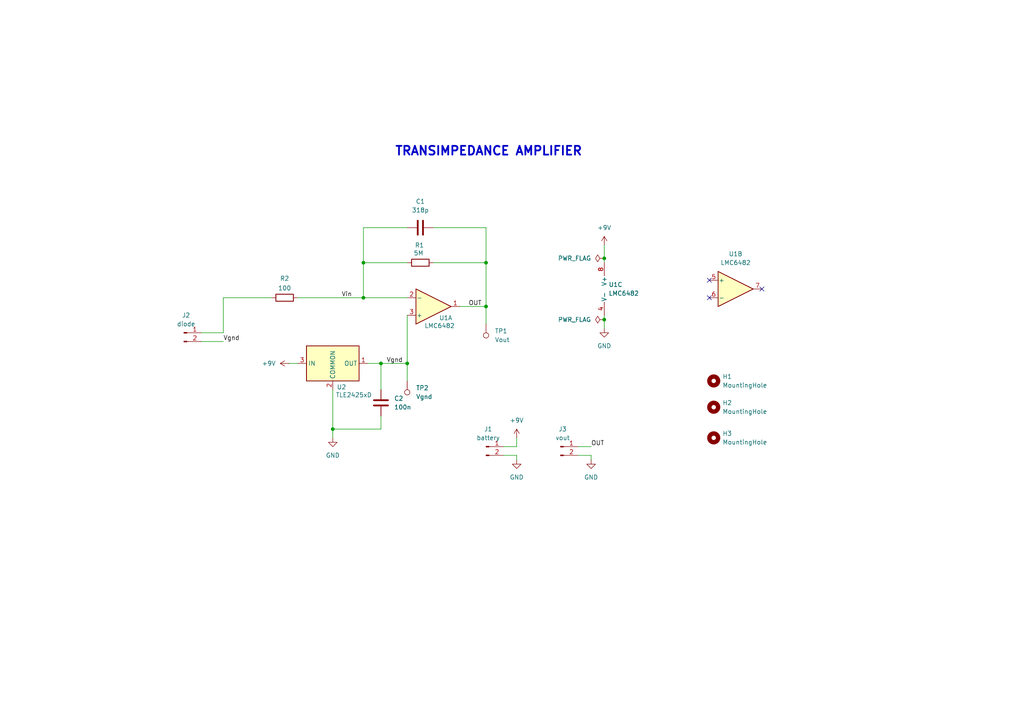
<source format=kicad_sch>
(kicad_sch
	(version 20250114)
	(generator "eeschema")
	(generator_version "9.0")
	(uuid "17397250-52a2-4eeb-8000-624be4e7bb88")
	(paper "A4")
	(title_block
		(title "TRANSIMPEDANCE AMPLIFIER")
		(date "28-08-2025")
		(rev "v1")
		(company "ROOPA GHATKE")
	)
	(lib_symbols
		(symbol "Amplifier_Operational:LMC6482"
			(pin_names
				(offset 0.127)
			)
			(exclude_from_sim no)
			(in_bom yes)
			(on_board yes)
			(property "Reference" "U"
				(at 0 5.08 0)
				(effects
					(font
						(size 1.27 1.27)
					)
					(justify left)
				)
			)
			(property "Value" "LMC6482"
				(at 0 -5.08 0)
				(effects
					(font
						(size 1.27 1.27)
					)
					(justify left)
				)
			)
			(property "Footprint" ""
				(at 0 0 0)
				(effects
					(font
						(size 1.27 1.27)
					)
					(hide yes)
				)
			)
			(property "Datasheet" "http://www.ti.com/lit/ds/symlink/lmc6482.pdf"
				(at 0 0 0)
				(effects
					(font
						(size 1.27 1.27)
					)
					(hide yes)
				)
			)
			(property "Description" "Dual CMOS Rail-to-Rail Input and Output Operational Amplifier, DIP-8/SOIC-8, SSOP-8"
				(at 0 0 0)
				(effects
					(font
						(size 1.27 1.27)
					)
					(hide yes)
				)
			)
			(property "ki_locked" ""
				(at 0 0 0)
				(effects
					(font
						(size 1.27 1.27)
					)
				)
			)
			(property "ki_keywords" "dual opamp"
				(at 0 0 0)
				(effects
					(font
						(size 1.27 1.27)
					)
					(hide yes)
				)
			)
			(property "ki_fp_filters" "SOIC*3.9x4.9mm*P1.27mm* DIP*W7.62mm* TO*99* OnSemi*Micro8* TSSOP*3x3mm*P0.65mm* TSSOP*4.4x3mm*P0.65mm* MSOP*3x3mm*P0.65mm* SSOP*3.9x4.9mm*P0.635mm* LFCSP*2x2mm*P0.5mm* *SIP* SOIC*5.3x6.2mm*P1.27mm*"
				(at 0 0 0)
				(effects
					(font
						(size 1.27 1.27)
					)
					(hide yes)
				)
			)
			(symbol "LMC6482_1_1"
				(polyline
					(pts
						(xy -5.08 5.08) (xy 5.08 0) (xy -5.08 -5.08) (xy -5.08 5.08)
					)
					(stroke
						(width 0.254)
						(type default)
					)
					(fill
						(type background)
					)
				)
				(pin input line
					(at -7.62 2.54 0)
					(length 2.54)
					(name "+"
						(effects
							(font
								(size 1.27 1.27)
							)
						)
					)
					(number "3"
						(effects
							(font
								(size 1.27 1.27)
							)
						)
					)
				)
				(pin input line
					(at -7.62 -2.54 0)
					(length 2.54)
					(name "-"
						(effects
							(font
								(size 1.27 1.27)
							)
						)
					)
					(number "2"
						(effects
							(font
								(size 1.27 1.27)
							)
						)
					)
				)
				(pin output line
					(at 7.62 0 180)
					(length 2.54)
					(name "~"
						(effects
							(font
								(size 1.27 1.27)
							)
						)
					)
					(number "1"
						(effects
							(font
								(size 1.27 1.27)
							)
						)
					)
				)
			)
			(symbol "LMC6482_2_1"
				(polyline
					(pts
						(xy -5.08 5.08) (xy 5.08 0) (xy -5.08 -5.08) (xy -5.08 5.08)
					)
					(stroke
						(width 0.254)
						(type default)
					)
					(fill
						(type background)
					)
				)
				(pin input line
					(at -7.62 2.54 0)
					(length 2.54)
					(name "+"
						(effects
							(font
								(size 1.27 1.27)
							)
						)
					)
					(number "5"
						(effects
							(font
								(size 1.27 1.27)
							)
						)
					)
				)
				(pin input line
					(at -7.62 -2.54 0)
					(length 2.54)
					(name "-"
						(effects
							(font
								(size 1.27 1.27)
							)
						)
					)
					(number "6"
						(effects
							(font
								(size 1.27 1.27)
							)
						)
					)
				)
				(pin output line
					(at 7.62 0 180)
					(length 2.54)
					(name "~"
						(effects
							(font
								(size 1.27 1.27)
							)
						)
					)
					(number "7"
						(effects
							(font
								(size 1.27 1.27)
							)
						)
					)
				)
			)
			(symbol "LMC6482_3_1"
				(pin power_in line
					(at -2.54 7.62 270)
					(length 3.81)
					(name "V+"
						(effects
							(font
								(size 1.27 1.27)
							)
						)
					)
					(number "8"
						(effects
							(font
								(size 1.27 1.27)
							)
						)
					)
				)
				(pin power_in line
					(at -2.54 -7.62 90)
					(length 3.81)
					(name "V-"
						(effects
							(font
								(size 1.27 1.27)
							)
						)
					)
					(number "4"
						(effects
							(font
								(size 1.27 1.27)
							)
						)
					)
				)
			)
			(embedded_fonts no)
		)
		(symbol "Connector:Conn_01x02_Pin"
			(pin_names
				(offset 1.016)
				(hide yes)
			)
			(exclude_from_sim no)
			(in_bom yes)
			(on_board yes)
			(property "Reference" "J"
				(at 0 2.54 0)
				(effects
					(font
						(size 1.27 1.27)
					)
				)
			)
			(property "Value" "Conn_01x02_Pin"
				(at 0 -5.08 0)
				(effects
					(font
						(size 1.27 1.27)
					)
				)
			)
			(property "Footprint" ""
				(at 0 0 0)
				(effects
					(font
						(size 1.27 1.27)
					)
					(hide yes)
				)
			)
			(property "Datasheet" "~"
				(at 0 0 0)
				(effects
					(font
						(size 1.27 1.27)
					)
					(hide yes)
				)
			)
			(property "Description" "Generic connector, single row, 01x02, script generated"
				(at 0 0 0)
				(effects
					(font
						(size 1.27 1.27)
					)
					(hide yes)
				)
			)
			(property "ki_locked" ""
				(at 0 0 0)
				(effects
					(font
						(size 1.27 1.27)
					)
				)
			)
			(property "ki_keywords" "connector"
				(at 0 0 0)
				(effects
					(font
						(size 1.27 1.27)
					)
					(hide yes)
				)
			)
			(property "ki_fp_filters" "Connector*:*_1x??_*"
				(at 0 0 0)
				(effects
					(font
						(size 1.27 1.27)
					)
					(hide yes)
				)
			)
			(symbol "Conn_01x02_Pin_1_1"
				(rectangle
					(start 0.8636 0.127)
					(end 0 -0.127)
					(stroke
						(width 0.1524)
						(type default)
					)
					(fill
						(type outline)
					)
				)
				(rectangle
					(start 0.8636 -2.413)
					(end 0 -2.667)
					(stroke
						(width 0.1524)
						(type default)
					)
					(fill
						(type outline)
					)
				)
				(polyline
					(pts
						(xy 1.27 0) (xy 0.8636 0)
					)
					(stroke
						(width 0.1524)
						(type default)
					)
					(fill
						(type none)
					)
				)
				(polyline
					(pts
						(xy 1.27 -2.54) (xy 0.8636 -2.54)
					)
					(stroke
						(width 0.1524)
						(type default)
					)
					(fill
						(type none)
					)
				)
				(pin passive line
					(at 5.08 0 180)
					(length 3.81)
					(name "Pin_1"
						(effects
							(font
								(size 1.27 1.27)
							)
						)
					)
					(number "1"
						(effects
							(font
								(size 1.27 1.27)
							)
						)
					)
				)
				(pin passive line
					(at 5.08 -2.54 180)
					(length 3.81)
					(name "Pin_2"
						(effects
							(font
								(size 1.27 1.27)
							)
						)
					)
					(number "2"
						(effects
							(font
								(size 1.27 1.27)
							)
						)
					)
				)
			)
			(embedded_fonts no)
		)
		(symbol "Connector:TestPoint"
			(pin_numbers
				(hide yes)
			)
			(pin_names
				(offset 0.762)
				(hide yes)
			)
			(exclude_from_sim no)
			(in_bom yes)
			(on_board yes)
			(property "Reference" "TP"
				(at 0 6.858 0)
				(effects
					(font
						(size 1.27 1.27)
					)
				)
			)
			(property "Value" "TestPoint"
				(at 0 5.08 0)
				(effects
					(font
						(size 1.27 1.27)
					)
				)
			)
			(property "Footprint" ""
				(at 5.08 0 0)
				(effects
					(font
						(size 1.27 1.27)
					)
					(hide yes)
				)
			)
			(property "Datasheet" "~"
				(at 5.08 0 0)
				(effects
					(font
						(size 1.27 1.27)
					)
					(hide yes)
				)
			)
			(property "Description" "test point"
				(at 0 0 0)
				(effects
					(font
						(size 1.27 1.27)
					)
					(hide yes)
				)
			)
			(property "ki_keywords" "test point tp"
				(at 0 0 0)
				(effects
					(font
						(size 1.27 1.27)
					)
					(hide yes)
				)
			)
			(property "ki_fp_filters" "Pin* Test*"
				(at 0 0 0)
				(effects
					(font
						(size 1.27 1.27)
					)
					(hide yes)
				)
			)
			(symbol "TestPoint_0_1"
				(circle
					(center 0 3.302)
					(radius 0.762)
					(stroke
						(width 0)
						(type default)
					)
					(fill
						(type none)
					)
				)
			)
			(symbol "TestPoint_1_1"
				(pin passive line
					(at 0 0 90)
					(length 2.54)
					(name "1"
						(effects
							(font
								(size 1.27 1.27)
							)
						)
					)
					(number "1"
						(effects
							(font
								(size 1.27 1.27)
							)
						)
					)
				)
			)
			(embedded_fonts no)
		)
		(symbol "Device:C"
			(pin_numbers
				(hide yes)
			)
			(pin_names
				(offset 0.254)
			)
			(exclude_from_sim no)
			(in_bom yes)
			(on_board yes)
			(property "Reference" "C"
				(at 0.635 2.54 0)
				(effects
					(font
						(size 1.27 1.27)
					)
					(justify left)
				)
			)
			(property "Value" "C"
				(at 0.635 -2.54 0)
				(effects
					(font
						(size 1.27 1.27)
					)
					(justify left)
				)
			)
			(property "Footprint" ""
				(at 0.9652 -3.81 0)
				(effects
					(font
						(size 1.27 1.27)
					)
					(hide yes)
				)
			)
			(property "Datasheet" "~"
				(at 0 0 0)
				(effects
					(font
						(size 1.27 1.27)
					)
					(hide yes)
				)
			)
			(property "Description" "Unpolarized capacitor"
				(at 0 0 0)
				(effects
					(font
						(size 1.27 1.27)
					)
					(hide yes)
				)
			)
			(property "ki_keywords" "cap capacitor"
				(at 0 0 0)
				(effects
					(font
						(size 1.27 1.27)
					)
					(hide yes)
				)
			)
			(property "ki_fp_filters" "C_*"
				(at 0 0 0)
				(effects
					(font
						(size 1.27 1.27)
					)
					(hide yes)
				)
			)
			(symbol "C_0_1"
				(polyline
					(pts
						(xy -2.032 0.762) (xy 2.032 0.762)
					)
					(stroke
						(width 0.508)
						(type default)
					)
					(fill
						(type none)
					)
				)
				(polyline
					(pts
						(xy -2.032 -0.762) (xy 2.032 -0.762)
					)
					(stroke
						(width 0.508)
						(type default)
					)
					(fill
						(type none)
					)
				)
			)
			(symbol "C_1_1"
				(pin passive line
					(at 0 3.81 270)
					(length 2.794)
					(name "~"
						(effects
							(font
								(size 1.27 1.27)
							)
						)
					)
					(number "1"
						(effects
							(font
								(size 1.27 1.27)
							)
						)
					)
				)
				(pin passive line
					(at 0 -3.81 90)
					(length 2.794)
					(name "~"
						(effects
							(font
								(size 1.27 1.27)
							)
						)
					)
					(number "2"
						(effects
							(font
								(size 1.27 1.27)
							)
						)
					)
				)
			)
			(embedded_fonts no)
		)
		(symbol "Device:R"
			(pin_numbers
				(hide yes)
			)
			(pin_names
				(offset 0)
			)
			(exclude_from_sim no)
			(in_bom yes)
			(on_board yes)
			(property "Reference" "R"
				(at 2.032 0 90)
				(effects
					(font
						(size 1.27 1.27)
					)
				)
			)
			(property "Value" "R"
				(at 0 0 90)
				(effects
					(font
						(size 1.27 1.27)
					)
				)
			)
			(property "Footprint" ""
				(at -1.778 0 90)
				(effects
					(font
						(size 1.27 1.27)
					)
					(hide yes)
				)
			)
			(property "Datasheet" "~"
				(at 0 0 0)
				(effects
					(font
						(size 1.27 1.27)
					)
					(hide yes)
				)
			)
			(property "Description" "Resistor"
				(at 0 0 0)
				(effects
					(font
						(size 1.27 1.27)
					)
					(hide yes)
				)
			)
			(property "ki_keywords" "R res resistor"
				(at 0 0 0)
				(effects
					(font
						(size 1.27 1.27)
					)
					(hide yes)
				)
			)
			(property "ki_fp_filters" "R_*"
				(at 0 0 0)
				(effects
					(font
						(size 1.27 1.27)
					)
					(hide yes)
				)
			)
			(symbol "R_0_1"
				(rectangle
					(start -1.016 -2.54)
					(end 1.016 2.54)
					(stroke
						(width 0.254)
						(type default)
					)
					(fill
						(type none)
					)
				)
			)
			(symbol "R_1_1"
				(pin passive line
					(at 0 3.81 270)
					(length 1.27)
					(name "~"
						(effects
							(font
								(size 1.27 1.27)
							)
						)
					)
					(number "1"
						(effects
							(font
								(size 1.27 1.27)
							)
						)
					)
				)
				(pin passive line
					(at 0 -3.81 90)
					(length 1.27)
					(name "~"
						(effects
							(font
								(size 1.27 1.27)
							)
						)
					)
					(number "2"
						(effects
							(font
								(size 1.27 1.27)
							)
						)
					)
				)
			)
			(embedded_fonts no)
		)
		(symbol "Mechanical:MountingHole"
			(pin_names
				(offset 1.016)
			)
			(exclude_from_sim no)
			(in_bom no)
			(on_board yes)
			(property "Reference" "H"
				(at 0 5.08 0)
				(effects
					(font
						(size 1.27 1.27)
					)
				)
			)
			(property "Value" "MountingHole"
				(at 0 3.175 0)
				(effects
					(font
						(size 1.27 1.27)
					)
				)
			)
			(property "Footprint" ""
				(at 0 0 0)
				(effects
					(font
						(size 1.27 1.27)
					)
					(hide yes)
				)
			)
			(property "Datasheet" "~"
				(at 0 0 0)
				(effects
					(font
						(size 1.27 1.27)
					)
					(hide yes)
				)
			)
			(property "Description" "Mounting Hole without connection"
				(at 0 0 0)
				(effects
					(font
						(size 1.27 1.27)
					)
					(hide yes)
				)
			)
			(property "ki_keywords" "mounting hole"
				(at 0 0 0)
				(effects
					(font
						(size 1.27 1.27)
					)
					(hide yes)
				)
			)
			(property "ki_fp_filters" "MountingHole*"
				(at 0 0 0)
				(effects
					(font
						(size 1.27 1.27)
					)
					(hide yes)
				)
			)
			(symbol "MountingHole_0_1"
				(circle
					(center 0 0)
					(radius 1.27)
					(stroke
						(width 1.27)
						(type default)
					)
					(fill
						(type none)
					)
				)
			)
			(embedded_fonts no)
		)
		(symbol "Reference_Voltage:TLE2425xD"
			(exclude_from_sim no)
			(in_bom yes)
			(on_board yes)
			(property "Reference" "U"
				(at -8.89 6.35 0)
				(effects
					(font
						(size 1.27 1.27)
					)
					(justify left)
				)
			)
			(property "Value" "TLE2425xD"
				(at 10.16 6.35 0)
				(effects
					(font
						(size 1.27 1.27)
					)
					(justify right)
				)
			)
			(property "Footprint" "Package_SO:SOIC-8_3.9x4.9mm_P1.27mm"
				(at 0 -13.97 0)
				(effects
					(font
						(size 1.27 1.27)
						(italic yes)
					)
					(hide yes)
				)
			)
			(property "Datasheet" "http://www.ti.com/lit/ds/symlink/tle2425.pdf"
				(at -35.56 25.4 0)
				(effects
					(font
						(size 1.27 1.27)
						(italic yes)
					)
					(hide yes)
				)
			)
			(property "Description" "Precision virtual ground, 2.5V output, SOIC-8"
				(at 0 0 0)
				(effects
					(font
						(size 1.27 1.27)
					)
					(hide yes)
				)
			)
			(property "ki_keywords" "Rail splitter precision virtual ground 2.5V"
				(at 0 0 0)
				(effects
					(font
						(size 1.27 1.27)
					)
					(hide yes)
				)
			)
			(property "ki_fp_filters" "SOIC*3.9x4.9mm*P1.27mm*"
				(at 0 0 0)
				(effects
					(font
						(size 1.27 1.27)
					)
					(hide yes)
				)
			)
			(symbol "TLE2425xD_0_1"
				(rectangle
					(start 7.62 -5.08)
					(end -7.62 5.08)
					(stroke
						(width 0.254)
						(type default)
					)
					(fill
						(type background)
					)
				)
			)
			(symbol "TLE2425xD_1_1"
				(pin power_in line
					(at -10.16 0 0)
					(length 2.54)
					(name "IN"
						(effects
							(font
								(size 1.27 1.27)
							)
						)
					)
					(number "3"
						(effects
							(font
								(size 1.27 1.27)
							)
						)
					)
				)
				(pin no_connect line
					(at -7.62 2.54 0)
					(length 2.54)
					(hide yes)
					(name "NC"
						(effects
							(font
								(size 1.27 1.27)
							)
						)
					)
					(number "8"
						(effects
							(font
								(size 1.27 1.27)
							)
						)
					)
				)
				(pin no_connect line
					(at -7.62 -2.54 0)
					(length 2.54)
					(hide yes)
					(name "NC"
						(effects
							(font
								(size 1.27 1.27)
							)
						)
					)
					(number "4"
						(effects
							(font
								(size 1.27 1.27)
							)
						)
					)
				)
				(pin no_connect line
					(at -5.08 -5.08 90)
					(length 2.54)
					(hide yes)
					(name "NC"
						(effects
							(font
								(size 1.27 1.27)
							)
						)
					)
					(number "5"
						(effects
							(font
								(size 1.27 1.27)
							)
						)
					)
				)
				(pin power_in line
					(at 0 -7.62 90)
					(length 2.54)
					(name "COMMON"
						(effects
							(font
								(size 1.27 1.27)
							)
						)
					)
					(number "2"
						(effects
							(font
								(size 1.27 1.27)
							)
						)
					)
				)
				(pin no_connect line
					(at 7.62 2.54 180)
					(length 2.54)
					(hide yes)
					(name "NC"
						(effects
							(font
								(size 1.27 1.27)
							)
						)
					)
					(number "6"
						(effects
							(font
								(size 1.27 1.27)
							)
						)
					)
				)
				(pin no_connect line
					(at 7.62 -2.54 180)
					(length 2.54)
					(hide yes)
					(name "NC"
						(effects
							(font
								(size 1.27 1.27)
							)
						)
					)
					(number "7"
						(effects
							(font
								(size 1.27 1.27)
							)
						)
					)
				)
				(pin power_out line
					(at 10.16 0 180)
					(length 2.54)
					(name "OUT"
						(effects
							(font
								(size 1.27 1.27)
							)
						)
					)
					(number "1"
						(effects
							(font
								(size 1.27 1.27)
							)
						)
					)
				)
			)
			(embedded_fonts no)
		)
		(symbol "power:+9V"
			(power)
			(pin_numbers
				(hide yes)
			)
			(pin_names
				(offset 0)
				(hide yes)
			)
			(exclude_from_sim no)
			(in_bom yes)
			(on_board yes)
			(property "Reference" "#PWR"
				(at 0 -3.81 0)
				(effects
					(font
						(size 1.27 1.27)
					)
					(hide yes)
				)
			)
			(property "Value" "+9V"
				(at 0 3.556 0)
				(effects
					(font
						(size 1.27 1.27)
					)
				)
			)
			(property "Footprint" ""
				(at 0 0 0)
				(effects
					(font
						(size 1.27 1.27)
					)
					(hide yes)
				)
			)
			(property "Datasheet" ""
				(at 0 0 0)
				(effects
					(font
						(size 1.27 1.27)
					)
					(hide yes)
				)
			)
			(property "Description" "Power symbol creates a global label with name \"+9V\""
				(at 0 0 0)
				(effects
					(font
						(size 1.27 1.27)
					)
					(hide yes)
				)
			)
			(property "ki_keywords" "global power"
				(at 0 0 0)
				(effects
					(font
						(size 1.27 1.27)
					)
					(hide yes)
				)
			)
			(symbol "+9V_0_1"
				(polyline
					(pts
						(xy -0.762 1.27) (xy 0 2.54)
					)
					(stroke
						(width 0)
						(type default)
					)
					(fill
						(type none)
					)
				)
				(polyline
					(pts
						(xy 0 2.54) (xy 0.762 1.27)
					)
					(stroke
						(width 0)
						(type default)
					)
					(fill
						(type none)
					)
				)
				(polyline
					(pts
						(xy 0 0) (xy 0 2.54)
					)
					(stroke
						(width 0)
						(type default)
					)
					(fill
						(type none)
					)
				)
			)
			(symbol "+9V_1_1"
				(pin power_in line
					(at 0 0 90)
					(length 0)
					(name "~"
						(effects
							(font
								(size 1.27 1.27)
							)
						)
					)
					(number "1"
						(effects
							(font
								(size 1.27 1.27)
							)
						)
					)
				)
			)
			(embedded_fonts no)
		)
		(symbol "power:GND"
			(power)
			(pin_numbers
				(hide yes)
			)
			(pin_names
				(offset 0)
				(hide yes)
			)
			(exclude_from_sim no)
			(in_bom yes)
			(on_board yes)
			(property "Reference" "#PWR"
				(at 0 -6.35 0)
				(effects
					(font
						(size 1.27 1.27)
					)
					(hide yes)
				)
			)
			(property "Value" "GND"
				(at 0 -3.81 0)
				(effects
					(font
						(size 1.27 1.27)
					)
				)
			)
			(property "Footprint" ""
				(at 0 0 0)
				(effects
					(font
						(size 1.27 1.27)
					)
					(hide yes)
				)
			)
			(property "Datasheet" ""
				(at 0 0 0)
				(effects
					(font
						(size 1.27 1.27)
					)
					(hide yes)
				)
			)
			(property "Description" "Power symbol creates a global label with name \"GND\" , ground"
				(at 0 0 0)
				(effects
					(font
						(size 1.27 1.27)
					)
					(hide yes)
				)
			)
			(property "ki_keywords" "global power"
				(at 0 0 0)
				(effects
					(font
						(size 1.27 1.27)
					)
					(hide yes)
				)
			)
			(symbol "GND_0_1"
				(polyline
					(pts
						(xy 0 0) (xy 0 -1.27) (xy 1.27 -1.27) (xy 0 -2.54) (xy -1.27 -1.27) (xy 0 -1.27)
					)
					(stroke
						(width 0)
						(type default)
					)
					(fill
						(type none)
					)
				)
			)
			(symbol "GND_1_1"
				(pin power_in line
					(at 0 0 270)
					(length 0)
					(name "~"
						(effects
							(font
								(size 1.27 1.27)
							)
						)
					)
					(number "1"
						(effects
							(font
								(size 1.27 1.27)
							)
						)
					)
				)
			)
			(embedded_fonts no)
		)
		(symbol "power:PWR_FLAG"
			(power)
			(pin_numbers
				(hide yes)
			)
			(pin_names
				(offset 0)
				(hide yes)
			)
			(exclude_from_sim no)
			(in_bom yes)
			(on_board yes)
			(property "Reference" "#FLG"
				(at 0 1.905 0)
				(effects
					(font
						(size 1.27 1.27)
					)
					(hide yes)
				)
			)
			(property "Value" "PWR_FLAG"
				(at 0 3.81 0)
				(effects
					(font
						(size 1.27 1.27)
					)
				)
			)
			(property "Footprint" ""
				(at 0 0 0)
				(effects
					(font
						(size 1.27 1.27)
					)
					(hide yes)
				)
			)
			(property "Datasheet" "~"
				(at 0 0 0)
				(effects
					(font
						(size 1.27 1.27)
					)
					(hide yes)
				)
			)
			(property "Description" "Special symbol for telling ERC where power comes from"
				(at 0 0 0)
				(effects
					(font
						(size 1.27 1.27)
					)
					(hide yes)
				)
			)
			(property "ki_keywords" "flag power"
				(at 0 0 0)
				(effects
					(font
						(size 1.27 1.27)
					)
					(hide yes)
				)
			)
			(symbol "PWR_FLAG_0_0"
				(pin power_out line
					(at 0 0 90)
					(length 0)
					(name "~"
						(effects
							(font
								(size 1.27 1.27)
							)
						)
					)
					(number "1"
						(effects
							(font
								(size 1.27 1.27)
							)
						)
					)
				)
			)
			(symbol "PWR_FLAG_0_1"
				(polyline
					(pts
						(xy 0 0) (xy 0 1.27) (xy -1.016 1.905) (xy 0 2.54) (xy 1.016 1.905) (xy 0 1.27)
					)
					(stroke
						(width 0)
						(type default)
					)
					(fill
						(type none)
					)
				)
			)
			(embedded_fonts no)
		)
	)
	(text "TRANSIMPEDANCE AMPLIFIER\n"
		(exclude_from_sim no)
		(at 141.732 43.942 0)
		(effects
			(font
				(size 2.54 2.54)
				(thickness 0.508)
				(bold yes)
			)
		)
		(uuid "994bede3-b74e-45a5-b16a-0da9fdd881e4")
	)
	(junction
		(at 175.26 74.93)
		(diameter 0)
		(color 0 0 0 0)
		(uuid "101d0df5-403c-44e4-809d-00864a3d37c5")
	)
	(junction
		(at 140.97 88.9)
		(diameter 0)
		(color 0 0 0 0)
		(uuid "260b7cd8-1c4b-4887-a66f-3824d1e4ce6b")
	)
	(junction
		(at 105.41 86.36)
		(diameter 0)
		(color 0 0 0 0)
		(uuid "5858d498-c6a0-4a05-89e0-3769afe6a89b")
	)
	(junction
		(at 175.26 92.71)
		(diameter 0)
		(color 0 0 0 0)
		(uuid "844dde8b-f77f-4bd5-84e3-5e320e06dad5")
	)
	(junction
		(at 140.97 76.2)
		(diameter 0)
		(color 0 0 0 0)
		(uuid "ab0370b9-abb4-4a7c-8b73-2e906b2b9631")
	)
	(junction
		(at 96.52 124.46)
		(diameter 0)
		(color 0 0 0 0)
		(uuid "e579f24d-3739-4349-a991-55eacae044ef")
	)
	(junction
		(at 105.41 76.2)
		(diameter 0)
		(color 0 0 0 0)
		(uuid "e6a6d45c-17af-40aa-8ab0-3a7776dee4f8")
	)
	(junction
		(at 118.11 105.41)
		(diameter 0)
		(color 0 0 0 0)
		(uuid "e767734d-96e0-4aa0-848d-8b807764ce55")
	)
	(junction
		(at 110.49 105.41)
		(diameter 0)
		(color 0 0 0 0)
		(uuid "e90bec1b-135e-4573-8db4-637ef6c655c4")
	)
	(no_connect
		(at 205.74 81.28)
		(uuid "553ab200-d2f2-4030-b009-53d383938e86")
	)
	(no_connect
		(at 220.98 83.82)
		(uuid "8b5b2a4d-f019-425c-996f-92d92683c121")
	)
	(no_connect
		(at 205.74 86.36)
		(uuid "8bb8f046-24f4-45d7-8c35-7a25f54f7ec3")
	)
	(wire
		(pts
			(xy 175.26 74.93) (xy 175.26 76.2)
		)
		(stroke
			(width 0)
			(type default)
		)
		(uuid "0297eaaf-1084-4286-8394-3e954e597545")
	)
	(wire
		(pts
			(xy 175.26 71.12) (xy 175.26 74.93)
		)
		(stroke
			(width 0)
			(type default)
		)
		(uuid "059bc9d5-04c7-40c1-9a6d-06c77a941b10")
	)
	(wire
		(pts
			(xy 105.41 76.2) (xy 105.41 86.36)
		)
		(stroke
			(width 0)
			(type default)
		)
		(uuid "07bf32ea-3242-433c-9c78-941eca5cde76")
	)
	(wire
		(pts
			(xy 146.05 129.54) (xy 149.86 129.54)
		)
		(stroke
			(width 0)
			(type default)
		)
		(uuid "08f7c38a-6312-47cd-9d72-da6fd95002d1")
	)
	(wire
		(pts
			(xy 58.42 99.06) (xy 64.77 99.06)
		)
		(stroke
			(width 0)
			(type default)
		)
		(uuid "16adf341-a130-4768-a2a0-c5115a5b11e4")
	)
	(wire
		(pts
			(xy 110.49 105.41) (xy 118.11 105.41)
		)
		(stroke
			(width 0)
			(type default)
		)
		(uuid "1f4e9b33-b997-4915-a8dd-77e196aea97a")
	)
	(wire
		(pts
			(xy 167.64 129.54) (xy 171.45 129.54)
		)
		(stroke
			(width 0)
			(type default)
		)
		(uuid "229c43b8-74f1-4c17-b6c7-065716b25728")
	)
	(wire
		(pts
			(xy 140.97 66.04) (xy 125.73 66.04)
		)
		(stroke
			(width 0)
			(type default)
		)
		(uuid "2add6f58-7927-409c-b6de-3aa7aa263353")
	)
	(wire
		(pts
			(xy 175.26 91.44) (xy 175.26 92.71)
		)
		(stroke
			(width 0)
			(type default)
		)
		(uuid "336cb55a-713f-4234-95fb-d8ca9091e07b")
	)
	(wire
		(pts
			(xy 118.11 91.44) (xy 118.11 105.41)
		)
		(stroke
			(width 0)
			(type default)
		)
		(uuid "383a3eba-57d0-4ebf-8243-4c386d8b8e21")
	)
	(wire
		(pts
			(xy 146.05 132.08) (xy 149.86 132.08)
		)
		(stroke
			(width 0)
			(type default)
		)
		(uuid "3842c766-7e8c-4174-aacd-60f8587a1e96")
	)
	(wire
		(pts
			(xy 96.52 124.46) (xy 96.52 127)
		)
		(stroke
			(width 0)
			(type default)
		)
		(uuid "3b4132c2-b587-490a-be6c-33be21f45e11")
	)
	(wire
		(pts
			(xy 110.49 105.41) (xy 110.49 113.03)
		)
		(stroke
			(width 0)
			(type default)
		)
		(uuid "444199d2-bab0-4709-b9a8-8de3aefcd3ef")
	)
	(wire
		(pts
			(xy 140.97 88.9) (xy 140.97 93.98)
		)
		(stroke
			(width 0)
			(type default)
		)
		(uuid "4a368420-c6a2-46a8-80e7-9b506420c412")
	)
	(wire
		(pts
			(xy 118.11 86.36) (xy 105.41 86.36)
		)
		(stroke
			(width 0)
			(type default)
		)
		(uuid "5f71f671-f46f-48d1-8efd-69df9bb4d3e6")
	)
	(wire
		(pts
			(xy 140.97 76.2) (xy 140.97 88.9)
		)
		(stroke
			(width 0)
			(type default)
		)
		(uuid "63ed1344-98d7-475e-849a-ef3057e78500")
	)
	(wire
		(pts
			(xy 167.64 132.08) (xy 171.45 132.08)
		)
		(stroke
			(width 0)
			(type default)
		)
		(uuid "67a531d8-3c24-4106-bb1c-d2a73b71516c")
	)
	(wire
		(pts
			(xy 106.68 105.41) (xy 110.49 105.41)
		)
		(stroke
			(width 0)
			(type default)
		)
		(uuid "69ef6003-513e-40a0-9804-e568a43a9094")
	)
	(wire
		(pts
			(xy 64.77 86.36) (xy 78.74 86.36)
		)
		(stroke
			(width 0)
			(type default)
		)
		(uuid "7007470b-17fd-434f-968f-c88b60999a59")
	)
	(wire
		(pts
			(xy 86.36 86.36) (xy 105.41 86.36)
		)
		(stroke
			(width 0)
			(type default)
		)
		(uuid "80c26049-3084-42f2-94e0-0c947c6a8e22")
	)
	(wire
		(pts
			(xy 105.41 66.04) (xy 105.41 76.2)
		)
		(stroke
			(width 0)
			(type default)
		)
		(uuid "973fc540-a1e1-498f-be63-3d25c959104c")
	)
	(wire
		(pts
			(xy 118.11 66.04) (xy 105.41 66.04)
		)
		(stroke
			(width 0)
			(type default)
		)
		(uuid "9a6be1ed-298a-45f5-8afc-34c78cb7624e")
	)
	(wire
		(pts
			(xy 118.11 105.41) (xy 118.11 110.49)
		)
		(stroke
			(width 0)
			(type default)
		)
		(uuid "9d4b6f08-647d-4339-a8c1-c0e61a8fff82")
	)
	(wire
		(pts
			(xy 175.26 92.71) (xy 175.26 95.25)
		)
		(stroke
			(width 0)
			(type default)
		)
		(uuid "a2d6ea4f-e4c4-484b-ab39-a530e6c7bf5e")
	)
	(wire
		(pts
			(xy 149.86 129.54) (xy 149.86 127)
		)
		(stroke
			(width 0)
			(type default)
		)
		(uuid "a9afbe39-2482-45cd-be20-96d7f1f092a6")
	)
	(wire
		(pts
			(xy 58.42 96.52) (xy 64.77 96.52)
		)
		(stroke
			(width 0)
			(type default)
		)
		(uuid "ab5925ca-9ed5-4ecb-b7b6-8d914be61495")
	)
	(wire
		(pts
			(xy 64.77 96.52) (xy 64.77 86.36)
		)
		(stroke
			(width 0)
			(type default)
		)
		(uuid "ad1173ad-2dd1-40b0-bf6a-cd24d47a37d6")
	)
	(wire
		(pts
			(xy 133.35 88.9) (xy 140.97 88.9)
		)
		(stroke
			(width 0)
			(type default)
		)
		(uuid "b785c631-4471-4f7c-87c0-9fb11d37a814")
	)
	(wire
		(pts
			(xy 83.82 105.41) (xy 86.36 105.41)
		)
		(stroke
			(width 0)
			(type default)
		)
		(uuid "bd470188-c4a4-49ef-8809-f80efd6748a4")
	)
	(wire
		(pts
			(xy 149.86 132.08) (xy 149.86 133.35)
		)
		(stroke
			(width 0)
			(type default)
		)
		(uuid "c8367441-913e-41d0-9bcb-20acfed20d97")
	)
	(wire
		(pts
			(xy 105.41 76.2) (xy 118.11 76.2)
		)
		(stroke
			(width 0)
			(type default)
		)
		(uuid "cf5a62f5-53c7-4f45-86bb-7c0acd8aaecd")
	)
	(wire
		(pts
			(xy 96.52 113.03) (xy 96.52 124.46)
		)
		(stroke
			(width 0)
			(type default)
		)
		(uuid "cfed6855-4fd9-49d5-879e-c8c1bc15f6f5")
	)
	(wire
		(pts
			(xy 171.45 132.08) (xy 171.45 133.35)
		)
		(stroke
			(width 0)
			(type default)
		)
		(uuid "d2519449-ba3a-4dde-82ca-6e2f7c166432")
	)
	(wire
		(pts
			(xy 110.49 120.65) (xy 110.49 124.46)
		)
		(stroke
			(width 0)
			(type default)
		)
		(uuid "d9a1ab8e-e821-4c0e-a289-53b6c9d308b7")
	)
	(wire
		(pts
			(xy 140.97 76.2) (xy 140.97 66.04)
		)
		(stroke
			(width 0)
			(type default)
		)
		(uuid "df0a0fad-ae80-492e-b708-663ce196225b")
	)
	(wire
		(pts
			(xy 110.49 124.46) (xy 96.52 124.46)
		)
		(stroke
			(width 0)
			(type default)
		)
		(uuid "e4fec591-33da-4815-b78e-b473f998dac7")
	)
	(wire
		(pts
			(xy 125.73 76.2) (xy 140.97 76.2)
		)
		(stroke
			(width 0)
			(type default)
		)
		(uuid "ee4d8193-43c1-467a-9b39-ab437fb48f61")
	)
	(label "OUT"
		(at 171.45 129.54 0)
		(effects
			(font
				(size 1.27 1.27)
			)
			(justify left bottom)
		)
		(uuid "91b7f39e-59d6-4efe-af2d-bf6081ef997c")
	)
	(label "Vgnd"
		(at 64.77 99.06 0)
		(effects
			(font
				(size 1.27 1.27)
			)
			(justify left bottom)
		)
		(uuid "acf82149-da86-4fc1-9658-bce6a905b05d")
	)
	(label "OUT"
		(at 135.89 88.9 0)
		(effects
			(font
				(size 1.27 1.27)
			)
			(justify left bottom)
		)
		(uuid "cd45bb7b-9fad-45a1-bbd8-8e7d48b1dc5f")
	)
	(label "Vin"
		(at 99.06 86.36 0)
		(effects
			(font
				(size 1.27 1.27)
			)
			(justify left bottom)
		)
		(uuid "f26b1692-6dee-42fc-8c32-466ce14c757b")
	)
	(label "Vgnd"
		(at 116.84 105.41 180)
		(effects
			(font
				(size 1.27 1.27)
			)
			(justify right bottom)
		)
		(uuid "f7992dc9-f680-4429-8c51-3e7d3843e019")
	)
	(symbol
		(lib_id "Device:C")
		(at 121.92 66.04 90)
		(unit 1)
		(exclude_from_sim no)
		(in_bom yes)
		(on_board yes)
		(dnp no)
		(fields_autoplaced yes)
		(uuid "001f876f-671b-41ef-b739-b3e4afe0b1b5")
		(property "Reference" "C1"
			(at 121.92 58.42 90)
			(effects
				(font
					(size 1.27 1.27)
				)
			)
		)
		(property "Value" "318p"
			(at 121.92 60.96 90)
			(effects
				(font
					(size 1.27 1.27)
				)
			)
		)
		(property "Footprint" "Capacitor_SMD:C_0805_2012Metric"
			(at 125.73 65.0748 0)
			(effects
				(font
					(size 1.27 1.27)
				)
				(hide yes)
			)
		)
		(property "Datasheet" "~"
			(at 121.92 66.04 0)
			(effects
				(font
					(size 1.27 1.27)
				)
				(hide yes)
			)
		)
		(property "Description" "Unpolarized capacitor"
			(at 121.92 66.04 0)
			(effects
				(font
					(size 1.27 1.27)
				)
				(hide yes)
			)
		)
		(pin "1"
			(uuid "c5c5bb4e-c7d9-47d5-8490-c9279c71ab54")
		)
		(pin "2"
			(uuid "374c0c47-5f7e-4830-9b35-18e4f24ea97b")
		)
		(instances
			(project ""
				(path "/17397250-52a2-4eeb-8000-624be4e7bb88"
					(reference "C1")
					(unit 1)
				)
			)
		)
	)
	(symbol
		(lib_id "power:GND")
		(at 96.52 127 0)
		(unit 1)
		(exclude_from_sim no)
		(in_bom yes)
		(on_board yes)
		(dnp no)
		(fields_autoplaced yes)
		(uuid "011fb3b9-c276-40f4-95c0-4eb78d4db4ea")
		(property "Reference" "#PWR01"
			(at 96.52 133.35 0)
			(effects
				(font
					(size 1.27 1.27)
				)
				(hide yes)
			)
		)
		(property "Value" "GND"
			(at 96.52 132.08 0)
			(effects
				(font
					(size 1.27 1.27)
				)
			)
		)
		(property "Footprint" ""
			(at 96.52 127 0)
			(effects
				(font
					(size 1.27 1.27)
				)
				(hide yes)
			)
		)
		(property "Datasheet" ""
			(at 96.52 127 0)
			(effects
				(font
					(size 1.27 1.27)
				)
				(hide yes)
			)
		)
		(property "Description" "Power symbol creates a global label with name \"GND\" , ground"
			(at 96.52 127 0)
			(effects
				(font
					(size 1.27 1.27)
				)
				(hide yes)
			)
		)
		(pin "1"
			(uuid "14c8f8d3-48eb-40b6-9922-c8fc91998b96")
		)
		(instances
			(project ""
				(path "/17397250-52a2-4eeb-8000-624be4e7bb88"
					(reference "#PWR01")
					(unit 1)
				)
			)
		)
	)
	(symbol
		(lib_id "power:+9V")
		(at 175.26 71.12 0)
		(unit 1)
		(exclude_from_sim no)
		(in_bom yes)
		(on_board yes)
		(dnp no)
		(fields_autoplaced yes)
		(uuid "04ffd1bc-6533-4f1b-9e31-0abba31a3a3c")
		(property "Reference" "#PWR08"
			(at 175.26 74.93 0)
			(effects
				(font
					(size 1.27 1.27)
				)
				(hide yes)
			)
		)
		(property "Value" "+9V"
			(at 175.26 66.04 0)
			(effects
				(font
					(size 1.27 1.27)
				)
			)
		)
		(property "Footprint" ""
			(at 175.26 71.12 0)
			(effects
				(font
					(size 1.27 1.27)
				)
				(hide yes)
			)
		)
		(property "Datasheet" ""
			(at 175.26 71.12 0)
			(effects
				(font
					(size 1.27 1.27)
				)
				(hide yes)
			)
		)
		(property "Description" "Power symbol creates a global label with name \"+9V\""
			(at 175.26 71.12 0)
			(effects
				(font
					(size 1.27 1.27)
				)
				(hide yes)
			)
		)
		(pin "1"
			(uuid "a88c0553-2f7d-49b4-8d4a-0568ff2a1ff6")
		)
		(instances
			(project "Transimpedance Amplifier with photodiodes"
				(path "/17397250-52a2-4eeb-8000-624be4e7bb88"
					(reference "#PWR08")
					(unit 1)
				)
			)
		)
	)
	(symbol
		(lib_id "Mechanical:MountingHole")
		(at 207.01 118.11 0)
		(unit 1)
		(exclude_from_sim no)
		(in_bom yes)
		(on_board yes)
		(dnp no)
		(fields_autoplaced yes)
		(uuid "050820e3-9298-4199-a350-69b790d671ab")
		(property "Reference" "H2"
			(at 209.55 116.8399 0)
			(effects
				(font
					(size 1.27 1.27)
				)
				(justify left)
			)
		)
		(property "Value" "MountingHole"
			(at 209.55 119.3799 0)
			(effects
				(font
					(size 1.27 1.27)
				)
				(justify left)
			)
		)
		(property "Footprint" "MountingHole:MountingHole_2.5mm_Pad"
			(at 207.01 118.11 0)
			(effects
				(font
					(size 1.27 1.27)
				)
				(hide yes)
			)
		)
		(property "Datasheet" "~"
			(at 207.01 118.11 0)
			(effects
				(font
					(size 1.27 1.27)
				)
				(hide yes)
			)
		)
		(property "Description" "Mounting Hole without connection"
			(at 207.01 118.11 0)
			(effects
				(font
					(size 1.27 1.27)
				)
				(hide yes)
			)
		)
		(instances
			(project ""
				(path "/17397250-52a2-4eeb-8000-624be4e7bb88"
					(reference "H2")
					(unit 1)
				)
			)
		)
	)
	(symbol
		(lib_id "Mechanical:MountingHole")
		(at 207.01 127 0)
		(unit 1)
		(exclude_from_sim no)
		(in_bom yes)
		(on_board yes)
		(dnp no)
		(fields_autoplaced yes)
		(uuid "10cf5c6c-e68b-49f5-b970-8bc1ee4a30e1")
		(property "Reference" "H3"
			(at 209.55 125.7299 0)
			(effects
				(font
					(size 1.27 1.27)
				)
				(justify left)
			)
		)
		(property "Value" "MountingHole"
			(at 209.55 128.2699 0)
			(effects
				(font
					(size 1.27 1.27)
				)
				(justify left)
			)
		)
		(property "Footprint" "MountingHole:MountingHole_2.5mm_Pad"
			(at 207.01 127 0)
			(effects
				(font
					(size 1.27 1.27)
				)
				(hide yes)
			)
		)
		(property "Datasheet" "~"
			(at 207.01 127 0)
			(effects
				(font
					(size 1.27 1.27)
				)
				(hide yes)
			)
		)
		(property "Description" "Mounting Hole without connection"
			(at 207.01 127 0)
			(effects
				(font
					(size 1.27 1.27)
				)
				(hide yes)
			)
		)
		(instances
			(project "Transimpedance Amplifier with photodiodes"
				(path "/17397250-52a2-4eeb-8000-624be4e7bb88"
					(reference "H3")
					(unit 1)
				)
			)
		)
	)
	(symbol
		(lib_id "Device:R")
		(at 82.55 86.36 270)
		(unit 1)
		(exclude_from_sim no)
		(in_bom yes)
		(on_board yes)
		(dnp no)
		(uuid "10deb0b5-3f34-4a17-999d-4f5d1e1b23f7")
		(property "Reference" "R2"
			(at 82.55 80.772 90)
			(effects
				(font
					(size 1.27 1.27)
				)
			)
		)
		(property "Value" "100"
			(at 82.55 83.566 90)
			(effects
				(font
					(size 1.27 1.27)
				)
			)
		)
		(property "Footprint" "Resistor_SMD:R_0603_1608Metric"
			(at 82.55 84.582 90)
			(effects
				(font
					(size 1.27 1.27)
				)
				(hide yes)
			)
		)
		(property "Datasheet" "~"
			(at 82.55 86.36 0)
			(effects
				(font
					(size 1.27 1.27)
				)
				(hide yes)
			)
		)
		(property "Description" "Resistor"
			(at 82.55 86.36 0)
			(effects
				(font
					(size 1.27 1.27)
				)
				(hide yes)
			)
		)
		(pin "2"
			(uuid "a32591b4-e231-4fed-8731-bd35583f890e")
		)
		(pin "1"
			(uuid "e25ea083-e10f-4e89-ac99-cffb10106309")
		)
		(instances
			(project "Transimpedance Amplifier with photodiodes"
				(path "/17397250-52a2-4eeb-8000-624be4e7bb88"
					(reference "R2")
					(unit 1)
				)
			)
		)
	)
	(symbol
		(lib_id "Amplifier_Operational:LMC6482")
		(at 125.73 88.9 0)
		(mirror x)
		(unit 1)
		(exclude_from_sim no)
		(in_bom yes)
		(on_board yes)
		(dnp no)
		(uuid "190fcfd1-8afa-44cb-b60a-5709cff1ce86")
		(property "Reference" "U1"
			(at 129.286 92.202 0)
			(effects
				(font
					(size 1.27 1.27)
				)
			)
		)
		(property "Value" "LMC6482"
			(at 127.508 94.488 0)
			(effects
				(font
					(size 1.27 1.27)
				)
			)
		)
		(property "Footprint" "TIA:SOIC127P599X175-8N"
			(at 125.73 88.9 0)
			(effects
				(font
					(size 1.27 1.27)
				)
				(hide yes)
			)
		)
		(property "Datasheet" "http://www.ti.com/lit/ds/symlink/lmc6482.pdf"
			(at 125.73 88.9 0)
			(effects
				(font
					(size 1.27 1.27)
				)
				(hide yes)
			)
		)
		(property "Description" "Dual CMOS Rail-to-Rail Input and Output Operational Amplifier, DIP-8/SOIC-8, SSOP-8"
			(at 125.73 88.9 0)
			(effects
				(font
					(size 1.27 1.27)
				)
				(hide yes)
			)
		)
		(property "Sim.Library" "C:\\Users\\Admin\\Documents\\Courses\\Circuit Technology Lab\\snom164d\\LMC648x.LIB"
			(at 125.73 88.9 0)
			(effects
				(font
					(size 1.27 1.27)
				)
				(hide yes)
			)
		)
		(property "Sim.Name" "LMC648x"
			(at 125.73 88.9 0)
			(effects
				(font
					(size 1.27 1.27)
				)
				(hide yes)
			)
		)
		(property "Sim.Device" "SUBCKT"
			(at 125.73 88.9 0)
			(effects
				(font
					(size 1.27 1.27)
				)
				(hide yes)
			)
		)
		(property "Sim.Pins" "1=OUT 2=IN- 3=IN+ 8=VCC 4=VEE"
			(at 125.73 88.9 0)
			(effects
				(font
					(size 1.27 1.27)
				)
				(hide yes)
			)
		)
		(pin "3"
			(uuid "a0cc266b-dc09-42fb-b70a-fc1eff9db274")
		)
		(pin "2"
			(uuid "66b5d0b0-cb57-4e19-876a-747f655957bb")
		)
		(pin "6"
			(uuid "b68239b6-0e5d-4c4b-8117-30ac6b3bd558")
		)
		(pin "8"
			(uuid "a15e6d6c-1268-496e-865d-6a69fcf45c8b")
		)
		(pin "1"
			(uuid "c5fce46d-2988-4d40-81c3-f3687dda5938")
		)
		(pin "7"
			(uuid "49b5d450-b517-44c2-9dcc-d373a0aeb6b0")
		)
		(pin "4"
			(uuid "59bc9cec-7a5e-494c-93dc-59e1a534d020")
		)
		(pin "5"
			(uuid "850121b4-4c5d-4837-b47a-dde728c16185")
		)
		(instances
			(project ""
				(path "/17397250-52a2-4eeb-8000-624be4e7bb88"
					(reference "U1")
					(unit 1)
				)
			)
		)
	)
	(symbol
		(lib_id "power:GND")
		(at 175.26 95.25 0)
		(unit 1)
		(exclude_from_sim no)
		(in_bom yes)
		(on_board yes)
		(dnp no)
		(fields_autoplaced yes)
		(uuid "23260df8-e98e-44f5-89b8-a22840f7b2d1")
		(property "Reference" "#PWR09"
			(at 175.26 101.6 0)
			(effects
				(font
					(size 1.27 1.27)
				)
				(hide yes)
			)
		)
		(property "Value" "GND"
			(at 175.26 100.33 0)
			(effects
				(font
					(size 1.27 1.27)
				)
			)
		)
		(property "Footprint" ""
			(at 175.26 95.25 0)
			(effects
				(font
					(size 1.27 1.27)
				)
				(hide yes)
			)
		)
		(property "Datasheet" ""
			(at 175.26 95.25 0)
			(effects
				(font
					(size 1.27 1.27)
				)
				(hide yes)
			)
		)
		(property "Description" "Power symbol creates a global label with name \"GND\" , ground"
			(at 175.26 95.25 0)
			(effects
				(font
					(size 1.27 1.27)
				)
				(hide yes)
			)
		)
		(pin "1"
			(uuid "3c8e273e-3bd9-429b-9987-9a60099ad894")
		)
		(instances
			(project "Transimpedance Amplifier with photodiodes"
				(path "/17397250-52a2-4eeb-8000-624be4e7bb88"
					(reference "#PWR09")
					(unit 1)
				)
			)
		)
	)
	(symbol
		(lib_id "Amplifier_Operational:LMC6482")
		(at 177.8 83.82 0)
		(unit 3)
		(exclude_from_sim no)
		(in_bom yes)
		(on_board yes)
		(dnp no)
		(fields_autoplaced yes)
		(uuid "391f2cd9-8f3b-444f-b64b-16c6001f723f")
		(property "Reference" "U1"
			(at 176.53 82.5499 0)
			(effects
				(font
					(size 1.27 1.27)
				)
				(justify left)
			)
		)
		(property "Value" "LMC6482"
			(at 176.53 85.0899 0)
			(effects
				(font
					(size 1.27 1.27)
				)
				(justify left)
			)
		)
		(property "Footprint" "TIA:SOIC127P599X175-8N"
			(at 177.8 83.82 0)
			(effects
				(font
					(size 1.27 1.27)
				)
				(hide yes)
			)
		)
		(property "Datasheet" "http://www.ti.com/lit/ds/symlink/lmc6482.pdf"
			(at 177.8 83.82 0)
			(effects
				(font
					(size 1.27 1.27)
				)
				(hide yes)
			)
		)
		(property "Description" "Dual CMOS Rail-to-Rail Input and Output Operational Amplifier, DIP-8/SOIC-8, SSOP-8"
			(at 177.8 83.82 0)
			(effects
				(font
					(size 1.27 1.27)
				)
				(hide yes)
			)
		)
		(property "Sim.Library" "C:\\Users\\Admin\\Documents\\Courses\\Circuit Technology Lab\\snom164d\\LMC648x.LIB"
			(at 177.8 83.82 0)
			(effects
				(font
					(size 1.27 1.27)
				)
				(hide yes)
			)
		)
		(property "Sim.Name" "LMC648x"
			(at 177.8 83.82 0)
			(effects
				(font
					(size 1.27 1.27)
				)
				(hide yes)
			)
		)
		(property "Sim.Device" "SUBCKT"
			(at 177.8 83.82 0)
			(effects
				(font
					(size 1.27 1.27)
				)
				(hide yes)
			)
		)
		(property "Sim.Pins" "1=OUT 2=IN- 3=IN+ 8=VCC 4=VEE"
			(at 177.8 83.82 0)
			(effects
				(font
					(size 1.27 1.27)
				)
				(hide yes)
			)
		)
		(pin "2"
			(uuid "3337f75c-3f28-430f-81dd-831e25de1f7d")
		)
		(pin "6"
			(uuid "d37d1bdc-fff3-4e90-8a58-c33fe59bbdcc")
		)
		(pin "7"
			(uuid "fc7a2299-b164-4e31-96f8-aea8f05302ee")
		)
		(pin "4"
			(uuid "a083b50f-884c-4e60-8947-acfaa8629c7c")
		)
		(pin "3"
			(uuid "96ef29d2-85e5-4c5d-bb9b-9dab3154ef84")
		)
		(pin "5"
			(uuid "0a0be84d-0108-4f59-bb59-dc1d7e179b03")
		)
		(pin "8"
			(uuid "825b6528-0e0b-433f-bb42-4f4d4029e64f")
		)
		(pin "1"
			(uuid "80efbfcf-6646-4292-a448-5de8017bbd62")
		)
		(instances
			(project ""
				(path "/17397250-52a2-4eeb-8000-624be4e7bb88"
					(reference "U1")
					(unit 3)
				)
			)
		)
	)
	(symbol
		(lib_id "Mechanical:MountingHole")
		(at 207.01 110.49 0)
		(unit 1)
		(exclude_from_sim no)
		(in_bom yes)
		(on_board yes)
		(dnp no)
		(fields_autoplaced yes)
		(uuid "3e26bb91-2a0d-41e5-be83-13b621a8c0e8")
		(property "Reference" "H1"
			(at 209.55 109.2199 0)
			(effects
				(font
					(size 1.27 1.27)
				)
				(justify left)
			)
		)
		(property "Value" "MountingHole"
			(at 209.55 111.7599 0)
			(effects
				(font
					(size 1.27 1.27)
				)
				(justify left)
			)
		)
		(property "Footprint" "MountingHole:MountingHole_2.5mm_Pad"
			(at 207.01 110.49 0)
			(effects
				(font
					(size 1.27 1.27)
				)
				(hide yes)
			)
		)
		(property "Datasheet" "~"
			(at 207.01 110.49 0)
			(effects
				(font
					(size 1.27 1.27)
				)
				(hide yes)
			)
		)
		(property "Description" "Mounting Hole without connection"
			(at 207.01 110.49 0)
			(effects
				(font
					(size 1.27 1.27)
				)
				(hide yes)
			)
		)
		(instances
			(project ""
				(path "/17397250-52a2-4eeb-8000-624be4e7bb88"
					(reference "H1")
					(unit 1)
				)
			)
		)
	)
	(symbol
		(lib_id "power:PWR_FLAG")
		(at 175.26 92.71 90)
		(unit 1)
		(exclude_from_sim no)
		(in_bom yes)
		(on_board yes)
		(dnp no)
		(fields_autoplaced yes)
		(uuid "444ae137-856e-4545-bbf9-3bd61d6f85b1")
		(property "Reference" "#FLG02"
			(at 173.355 92.71 0)
			(effects
				(font
					(size 1.27 1.27)
				)
				(hide yes)
			)
		)
		(property "Value" "PWR_FLAG"
			(at 171.45 92.7099 90)
			(effects
				(font
					(size 1.27 1.27)
				)
				(justify left)
			)
		)
		(property "Footprint" ""
			(at 175.26 92.71 0)
			(effects
				(font
					(size 1.27 1.27)
				)
				(hide yes)
			)
		)
		(property "Datasheet" "~"
			(at 175.26 92.71 0)
			(effects
				(font
					(size 1.27 1.27)
				)
				(hide yes)
			)
		)
		(property "Description" "Special symbol for telling ERC where power comes from"
			(at 175.26 92.71 0)
			(effects
				(font
					(size 1.27 1.27)
				)
				(hide yes)
			)
		)
		(pin "1"
			(uuid "da967acb-1098-47d0-97e5-ff7172aa337b")
		)
		(instances
			(project "Transimpedance Amplifier with photodiodes"
				(path "/17397250-52a2-4eeb-8000-624be4e7bb88"
					(reference "#FLG02")
					(unit 1)
				)
			)
		)
	)
	(symbol
		(lib_id "Amplifier_Operational:LMC6482")
		(at 213.36 83.82 0)
		(unit 2)
		(exclude_from_sim no)
		(in_bom yes)
		(on_board yes)
		(dnp no)
		(fields_autoplaced yes)
		(uuid "47a5f5ce-ba2e-408f-be8a-955c4179aa77")
		(property "Reference" "U1"
			(at 213.36 73.66 0)
			(effects
				(font
					(size 1.27 1.27)
				)
			)
		)
		(property "Value" "LMC6482"
			(at 213.36 76.2 0)
			(effects
				(font
					(size 1.27 1.27)
				)
			)
		)
		(property "Footprint" "TIA:SOIC127P599X175-8N"
			(at 213.36 83.82 0)
			(effects
				(font
					(size 1.27 1.27)
				)
				(hide yes)
			)
		)
		(property "Datasheet" "http://www.ti.com/lit/ds/symlink/lmc6482.pdf"
			(at 213.36 83.82 0)
			(effects
				(font
					(size 1.27 1.27)
				)
				(hide yes)
			)
		)
		(property "Description" "Dual CMOS Rail-to-Rail Input and Output Operational Amplifier, DIP-8/SOIC-8, SSOP-8"
			(at 213.36 83.82 0)
			(effects
				(font
					(size 1.27 1.27)
				)
				(hide yes)
			)
		)
		(property "Sim.Library" "C:\\Users\\Admin\\Documents\\Courses\\Circuit Technology Lab\\snom164d\\LMC648x.LIB"
			(at 213.36 83.82 0)
			(effects
				(font
					(size 1.27 1.27)
				)
				(hide yes)
			)
		)
		(property "Sim.Name" "LMC648x"
			(at 213.36 83.82 0)
			(effects
				(font
					(size 1.27 1.27)
				)
				(hide yes)
			)
		)
		(property "Sim.Device" "SUBCKT"
			(at 213.36 83.82 0)
			(effects
				(font
					(size 1.27 1.27)
				)
				(hide yes)
			)
		)
		(property "Sim.Pins" "1=OUT 2=IN- 3=IN+ 8=VCC 4=VEE"
			(at 213.36 83.82 0)
			(effects
				(font
					(size 1.27 1.27)
				)
				(hide yes)
			)
		)
		(pin "8"
			(uuid "356b4e7d-4c62-4bed-b3ec-9e0d2ab8a25b")
		)
		(pin "7"
			(uuid "d093a043-6a01-4918-a4ba-908c18e13dec")
		)
		(pin "1"
			(uuid "821c37c5-cd85-4b4b-b38e-73338867a4f4")
		)
		(pin "2"
			(uuid "9b1c4e92-9f0a-40f9-bae8-7a95b85b9422")
		)
		(pin "6"
			(uuid "96c2f977-153e-4f18-8616-cf18e405dd78")
		)
		(pin "5"
			(uuid "ad518cc8-2fa1-4ea7-8635-b7d2f3bd0dec")
		)
		(pin "3"
			(uuid "6c66031e-12b5-4b95-9110-9c7ccb725de3")
		)
		(pin "4"
			(uuid "f77f4ce2-cab4-4874-90d1-377c940edf24")
		)
		(instances
			(project ""
				(path "/17397250-52a2-4eeb-8000-624be4e7bb88"
					(reference "U1")
					(unit 2)
				)
			)
		)
	)
	(symbol
		(lib_id "power:+9V")
		(at 149.86 127 0)
		(unit 1)
		(exclude_from_sim no)
		(in_bom yes)
		(on_board yes)
		(dnp no)
		(fields_autoplaced yes)
		(uuid "71297577-40cc-439a-a4c2-c02cf1ce1225")
		(property "Reference" "#PWR06"
			(at 149.86 130.81 0)
			(effects
				(font
					(size 1.27 1.27)
				)
				(hide yes)
			)
		)
		(property "Value" "+9V"
			(at 149.86 121.92 0)
			(effects
				(font
					(size 1.27 1.27)
				)
			)
		)
		(property "Footprint" ""
			(at 149.86 127 0)
			(effects
				(font
					(size 1.27 1.27)
				)
				(hide yes)
			)
		)
		(property "Datasheet" ""
			(at 149.86 127 0)
			(effects
				(font
					(size 1.27 1.27)
				)
				(hide yes)
			)
		)
		(property "Description" "Power symbol creates a global label with name \"+9V\""
			(at 149.86 127 0)
			(effects
				(font
					(size 1.27 1.27)
				)
				(hide yes)
			)
		)
		(pin "1"
			(uuid "4a1aa4ff-9849-4c69-ab51-601f9a8d5de8")
		)
		(instances
			(project "Transimpedance Amplifier with photodiodes"
				(path "/17397250-52a2-4eeb-8000-624be4e7bb88"
					(reference "#PWR06")
					(unit 1)
				)
			)
		)
	)
	(symbol
		(lib_id "Connector:Conn_01x02_Pin")
		(at 140.97 129.54 0)
		(unit 1)
		(exclude_from_sim no)
		(in_bom yes)
		(on_board yes)
		(dnp no)
		(fields_autoplaced yes)
		(uuid "82bcc3a9-1819-4b5a-8414-9ae8f1c9e3e8")
		(property "Reference" "J1"
			(at 141.605 124.46 0)
			(effects
				(font
					(size 1.27 1.27)
				)
			)
		)
		(property "Value" "battery"
			(at 141.605 127 0)
			(effects
				(font
					(size 1.27 1.27)
				)
			)
		)
		(property "Footprint" "Connector_PinSocket_2.54mm:PinSocket_1x02_P2.54mm_Vertical"
			(at 140.97 129.54 0)
			(effects
				(font
					(size 1.27 1.27)
				)
				(hide yes)
			)
		)
		(property "Datasheet" "~"
			(at 140.97 129.54 0)
			(effects
				(font
					(size 1.27 1.27)
				)
				(hide yes)
			)
		)
		(property "Description" "Generic connector, single row, 01x02, script generated"
			(at 140.97 129.54 0)
			(effects
				(font
					(size 1.27 1.27)
				)
				(hide yes)
			)
		)
		(pin "2"
			(uuid "f4c4714c-140f-46dd-8c15-a7e0c6183f70")
		)
		(pin "1"
			(uuid "01d08630-b0b6-4fd3-9589-ce0dafde6edc")
		)
		(instances
			(project ""
				(path "/17397250-52a2-4eeb-8000-624be4e7bb88"
					(reference "J1")
					(unit 1)
				)
			)
		)
	)
	(symbol
		(lib_id "Connector:TestPoint")
		(at 140.97 93.98 180)
		(unit 1)
		(exclude_from_sim no)
		(in_bom yes)
		(on_board yes)
		(dnp no)
		(fields_autoplaced yes)
		(uuid "8530f103-cc00-4801-9ae7-56c2092a2f90")
		(property "Reference" "TP1"
			(at 143.51 96.0119 0)
			(effects
				(font
					(size 1.27 1.27)
				)
				(justify right)
			)
		)
		(property "Value" "Vout"
			(at 143.51 98.5519 0)
			(effects
				(font
					(size 1.27 1.27)
				)
				(justify right)
			)
		)
		(property "Footprint" "TestPoint:TestPoint_Pad_1.0x1.0mm"
			(at 135.89 93.98 0)
			(effects
				(font
					(size 1.27 1.27)
				)
				(hide yes)
			)
		)
		(property "Datasheet" "~"
			(at 135.89 93.98 0)
			(effects
				(font
					(size 1.27 1.27)
				)
				(hide yes)
			)
		)
		(property "Description" "test point"
			(at 140.97 93.98 0)
			(effects
				(font
					(size 1.27 1.27)
				)
				(hide yes)
			)
		)
		(pin "1"
			(uuid "d502fe72-6666-4487-a1b9-6d8e516e373e")
		)
		(instances
			(project "Transimpedance Amplifier with photodiodes"
				(path "/17397250-52a2-4eeb-8000-624be4e7bb88"
					(reference "TP1")
					(unit 1)
				)
			)
		)
	)
	(symbol
		(lib_id "Connector:Conn_01x02_Pin")
		(at 162.56 129.54 0)
		(unit 1)
		(exclude_from_sim no)
		(in_bom yes)
		(on_board yes)
		(dnp no)
		(fields_autoplaced yes)
		(uuid "85b6c2ce-2217-4aa8-9b14-b11c247586ad")
		(property "Reference" "J3"
			(at 163.195 124.46 0)
			(effects
				(font
					(size 1.27 1.27)
				)
			)
		)
		(property "Value" "vout"
			(at 163.195 127 0)
			(effects
				(font
					(size 1.27 1.27)
				)
			)
		)
		(property "Footprint" "Connector_PinHeader_2.54mm:PinHeader_1x02_P2.54mm_Vertical"
			(at 162.56 129.54 0)
			(effects
				(font
					(size 1.27 1.27)
				)
				(hide yes)
			)
		)
		(property "Datasheet" "~"
			(at 162.56 129.54 0)
			(effects
				(font
					(size 1.27 1.27)
				)
				(hide yes)
			)
		)
		(property "Description" "Generic connector, single row, 01x02, script generated"
			(at 162.56 129.54 0)
			(effects
				(font
					(size 1.27 1.27)
				)
				(hide yes)
			)
		)
		(pin "2"
			(uuid "91db837f-3ed8-4cb5-8634-451cfc543df3")
		)
		(pin "1"
			(uuid "3da41d66-46f5-43b6-a185-c5b4ba254daf")
		)
		(instances
			(project "Transimpedance Amplifier with photodiodes"
				(path "/17397250-52a2-4eeb-8000-624be4e7bb88"
					(reference "J3")
					(unit 1)
				)
			)
		)
	)
	(symbol
		(lib_id "power:+9V")
		(at 83.82 105.41 90)
		(unit 1)
		(exclude_from_sim no)
		(in_bom yes)
		(on_board yes)
		(dnp no)
		(fields_autoplaced yes)
		(uuid "9d24459d-3a32-4467-b77c-ae2f5b0c78b3")
		(property "Reference" "#PWR07"
			(at 87.63 105.41 0)
			(effects
				(font
					(size 1.27 1.27)
				)
				(hide yes)
			)
		)
		(property "Value" "+9V"
			(at 80.01 105.4099 90)
			(effects
				(font
					(size 1.27 1.27)
				)
				(justify left)
			)
		)
		(property "Footprint" ""
			(at 83.82 105.41 0)
			(effects
				(font
					(size 1.27 1.27)
				)
				(hide yes)
			)
		)
		(property "Datasheet" ""
			(at 83.82 105.41 0)
			(effects
				(font
					(size 1.27 1.27)
				)
				(hide yes)
			)
		)
		(property "Description" "Power symbol creates a global label with name \"+9V\""
			(at 83.82 105.41 0)
			(effects
				(font
					(size 1.27 1.27)
				)
				(hide yes)
			)
		)
		(pin "1"
			(uuid "3ef643d7-9f24-4390-97c4-e59da9468ad1")
		)
		(instances
			(project ""
				(path "/17397250-52a2-4eeb-8000-624be4e7bb88"
					(reference "#PWR07")
					(unit 1)
				)
			)
		)
	)
	(symbol
		(lib_id "Reference_Voltage:TLE2425xD")
		(at 96.52 105.41 0)
		(unit 1)
		(exclude_from_sim no)
		(in_bom yes)
		(on_board yes)
		(dnp no)
		(uuid "aba5068f-96e1-42e4-a581-5ce8b43445e1")
		(property "Reference" "U2"
			(at 99.06 112.268 0)
			(effects
				(font
					(size 1.27 1.27)
				)
			)
		)
		(property "Value" "TLE2425xD"
			(at 102.616 114.554 0)
			(effects
				(font
					(size 1.27 1.27)
				)
			)
		)
		(property "Footprint" "TIA:SOIC127P599X175-8N"
			(at 96.52 119.38 0)
			(effects
				(font
					(size 1.27 1.27)
					(italic yes)
				)
				(hide yes)
			)
		)
		(property "Datasheet" "http://www.ti.com/lit/ds/symlink/tle2425.pdf"
			(at 60.96 80.01 0)
			(effects
				(font
					(size 1.27 1.27)
					(italic yes)
				)
				(hide yes)
			)
		)
		(property "Description" "Precision virtual ground, 2.5V output, SOIC-8"
			(at 96.52 105.41 0)
			(effects
				(font
					(size 1.27 1.27)
				)
				(hide yes)
			)
		)
		(property "Sim.Library" "C:\\Users\\Admin\\Documents\\Courses\\Circuit Technology Lab\\slfj003b\\TLE2425.LIB"
			(at 96.52 105.41 0)
			(effects
				(font
					(size 1.27 1.27)
				)
				(hide yes)
			)
		)
		(property "Sim.Name" "TLE2425"
			(at 96.52 105.41 0)
			(effects
				(font
					(size 1.27 1.27)
				)
				(hide yes)
			)
		)
		(property "Sim.Device" "SUBCKT"
			(at 96.52 105.41 0)
			(effects
				(font
					(size 1.27 1.27)
				)
				(hide yes)
			)
		)
		(property "Sim.Pins" "1=5 2=4 3=3"
			(at 96.52 105.41 0)
			(effects
				(font
					(size 1.27 1.27)
				)
				(hide yes)
			)
		)
		(pin "3"
			(uuid "393e057a-05bf-4f32-ae66-e2077130add7")
		)
		(pin "8"
			(uuid "ab828e71-1a86-4aec-af87-67f6d12b5535")
		)
		(pin "2"
			(uuid "b702090c-8647-48ff-b6ab-f55a610bc33c")
		)
		(pin "5"
			(uuid "c6931941-854b-4371-b5d1-2753772fe28a")
		)
		(pin "4"
			(uuid "1e65a376-e2eb-4447-9873-118040f99660")
		)
		(pin "6"
			(uuid "0fb6812a-4d37-4f37-acf4-37e27078c7a0")
		)
		(pin "7"
			(uuid "54c3ab3c-237b-411c-b4d4-a0133c7fa5a0")
		)
		(pin "1"
			(uuid "9d239d16-aeb8-49dc-ab58-90106bf03a04")
		)
		(instances
			(project ""
				(path "/17397250-52a2-4eeb-8000-624be4e7bb88"
					(reference "U2")
					(unit 1)
				)
			)
		)
	)
	(symbol
		(lib_id "Connector:TestPoint")
		(at 118.11 110.49 180)
		(unit 1)
		(exclude_from_sim no)
		(in_bom yes)
		(on_board yes)
		(dnp no)
		(fields_autoplaced yes)
		(uuid "ac0f98c5-81f1-450d-ab1a-d09d45ca351c")
		(property "Reference" "TP2"
			(at 120.65 112.5219 0)
			(effects
				(font
					(size 1.27 1.27)
				)
				(justify right)
			)
		)
		(property "Value" "Vgnd"
			(at 120.65 115.0619 0)
			(effects
				(font
					(size 1.27 1.27)
				)
				(justify right)
			)
		)
		(property "Footprint" "TestPoint:TestPoint_Pad_1.0x1.0mm"
			(at 113.03 110.49 0)
			(effects
				(font
					(size 1.27 1.27)
				)
				(hide yes)
			)
		)
		(property "Datasheet" "~"
			(at 113.03 110.49 0)
			(effects
				(font
					(size 1.27 1.27)
				)
				(hide yes)
			)
		)
		(property "Description" "test point"
			(at 118.11 110.49 0)
			(effects
				(font
					(size 1.27 1.27)
				)
				(hide yes)
			)
		)
		(pin "1"
			(uuid "c7f0dbe1-d9d9-4a16-9741-dbbf99707eba")
		)
		(instances
			(project "Transimpedance Amplifier with photodiodes"
				(path "/17397250-52a2-4eeb-8000-624be4e7bb88"
					(reference "TP2")
					(unit 1)
				)
			)
		)
	)
	(symbol
		(lib_id "Device:C")
		(at 110.49 116.84 0)
		(unit 1)
		(exclude_from_sim no)
		(in_bom yes)
		(on_board yes)
		(dnp no)
		(fields_autoplaced yes)
		(uuid "b696e0de-4693-4e84-94bd-20898a8db678")
		(property "Reference" "C2"
			(at 114.3 115.5699 0)
			(effects
				(font
					(size 1.27 1.27)
				)
				(justify left)
			)
		)
		(property "Value" "100n"
			(at 114.3 118.1099 0)
			(effects
				(font
					(size 1.27 1.27)
				)
				(justify left)
			)
		)
		(property "Footprint" "Capacitor_SMD:C_0805_2012Metric"
			(at 111.4552 120.65 0)
			(effects
				(font
					(size 1.27 1.27)
				)
				(hide yes)
			)
		)
		(property "Datasheet" "~"
			(at 110.49 116.84 0)
			(effects
				(font
					(size 1.27 1.27)
				)
				(hide yes)
			)
		)
		(property "Description" "Unpolarized capacitor"
			(at 110.49 116.84 0)
			(effects
				(font
					(size 1.27 1.27)
				)
				(hide yes)
			)
		)
		(pin "1"
			(uuid "e646b8be-3d34-440c-bf47-cbe4a5177750")
		)
		(pin "2"
			(uuid "1dbbd08b-50e4-49be-a70f-39511bc3e014")
		)
		(instances
			(project ""
				(path "/17397250-52a2-4eeb-8000-624be4e7bb88"
					(reference "C2")
					(unit 1)
				)
			)
		)
	)
	(symbol
		(lib_id "power:GND")
		(at 171.45 133.35 0)
		(unit 1)
		(exclude_from_sim no)
		(in_bom yes)
		(on_board yes)
		(dnp no)
		(fields_autoplaced yes)
		(uuid "dc61cae8-b7be-4005-82e4-13eb37b5ff1e")
		(property "Reference" "#PWR03"
			(at 171.45 139.7 0)
			(effects
				(font
					(size 1.27 1.27)
				)
				(hide yes)
			)
		)
		(property "Value" "GND"
			(at 171.45 138.43 0)
			(effects
				(font
					(size 1.27 1.27)
				)
			)
		)
		(property "Footprint" ""
			(at 171.45 133.35 0)
			(effects
				(font
					(size 1.27 1.27)
				)
				(hide yes)
			)
		)
		(property "Datasheet" ""
			(at 171.45 133.35 0)
			(effects
				(font
					(size 1.27 1.27)
				)
				(hide yes)
			)
		)
		(property "Description" "Power symbol creates a global label with name \"GND\" , ground"
			(at 171.45 133.35 0)
			(effects
				(font
					(size 1.27 1.27)
				)
				(hide yes)
			)
		)
		(pin "1"
			(uuid "91923fd1-3a53-48b2-967d-b0f3bdeda353")
		)
		(instances
			(project "Transimpedance Amplifier with photodiodes"
				(path "/17397250-52a2-4eeb-8000-624be4e7bb88"
					(reference "#PWR03")
					(unit 1)
				)
			)
		)
	)
	(symbol
		(lib_id "Device:R")
		(at 121.92 76.2 270)
		(unit 1)
		(exclude_from_sim no)
		(in_bom yes)
		(on_board yes)
		(dnp no)
		(uuid "e1fb783e-cf78-4a72-9241-d602cf23c6a6")
		(property "Reference" "R1"
			(at 121.666 71.12 90)
			(effects
				(font
					(size 1.27 1.27)
				)
			)
		)
		(property "Value" "5M"
			(at 121.412 73.406 90)
			(effects
				(font
					(size 1.27 1.27)
				)
			)
		)
		(property "Footprint" "Resistor_SMD:R_0603_1608Metric"
			(at 121.92 74.422 90)
			(effects
				(font
					(size 1.27 1.27)
				)
				(hide yes)
			)
		)
		(property "Datasheet" "~"
			(at 121.92 76.2 0)
			(effects
				(font
					(size 1.27 1.27)
				)
				(hide yes)
			)
		)
		(property "Description" "Resistor"
			(at 121.92 76.2 0)
			(effects
				(font
					(size 1.27 1.27)
				)
				(hide yes)
			)
		)
		(pin "2"
			(uuid "e1be7d5f-5749-458b-9473-631029cafc87")
		)
		(pin "1"
			(uuid "c278e199-7660-4f3a-9fdc-1822257e91fb")
		)
		(instances
			(project ""
				(path "/17397250-52a2-4eeb-8000-624be4e7bb88"
					(reference "R1")
					(unit 1)
				)
			)
		)
	)
	(symbol
		(lib_id "power:PWR_FLAG")
		(at 175.26 74.93 90)
		(unit 1)
		(exclude_from_sim no)
		(in_bom yes)
		(on_board yes)
		(dnp no)
		(fields_autoplaced yes)
		(uuid "ed29e0e3-5d05-479b-b096-0fad1caf0c8e")
		(property "Reference" "#FLG01"
			(at 173.355 74.93 0)
			(effects
				(font
					(size 1.27 1.27)
				)
				(hide yes)
			)
		)
		(property "Value" "PWR_FLAG"
			(at 171.45 74.9299 90)
			(effects
				(font
					(size 1.27 1.27)
				)
				(justify left)
			)
		)
		(property "Footprint" ""
			(at 175.26 74.93 0)
			(effects
				(font
					(size 1.27 1.27)
				)
				(hide yes)
			)
		)
		(property "Datasheet" "~"
			(at 175.26 74.93 0)
			(effects
				(font
					(size 1.27 1.27)
				)
				(hide yes)
			)
		)
		(property "Description" "Special symbol for telling ERC where power comes from"
			(at 175.26 74.93 0)
			(effects
				(font
					(size 1.27 1.27)
				)
				(hide yes)
			)
		)
		(pin "1"
			(uuid "ead344f4-f8ad-421a-b40b-36cdab033789")
		)
		(instances
			(project ""
				(path "/17397250-52a2-4eeb-8000-624be4e7bb88"
					(reference "#FLG01")
					(unit 1)
				)
			)
		)
	)
	(symbol
		(lib_id "power:GND")
		(at 149.86 133.35 0)
		(unit 1)
		(exclude_from_sim no)
		(in_bom yes)
		(on_board yes)
		(dnp no)
		(fields_autoplaced yes)
		(uuid "f7641a59-2f28-456f-921d-516d12ded8ff")
		(property "Reference" "#PWR02"
			(at 149.86 139.7 0)
			(effects
				(font
					(size 1.27 1.27)
				)
				(hide yes)
			)
		)
		(property "Value" "GND"
			(at 149.86 138.43 0)
			(effects
				(font
					(size 1.27 1.27)
				)
			)
		)
		(property "Footprint" ""
			(at 149.86 133.35 0)
			(effects
				(font
					(size 1.27 1.27)
				)
				(hide yes)
			)
		)
		(property "Datasheet" ""
			(at 149.86 133.35 0)
			(effects
				(font
					(size 1.27 1.27)
				)
				(hide yes)
			)
		)
		(property "Description" "Power symbol creates a global label with name \"GND\" , ground"
			(at 149.86 133.35 0)
			(effects
				(font
					(size 1.27 1.27)
				)
				(hide yes)
			)
		)
		(pin "1"
			(uuid "ffd5c7d4-4cb5-46ce-9df6-470ba36f40c6")
		)
		(instances
			(project "Transimpedance Amplifier with photodiodes"
				(path "/17397250-52a2-4eeb-8000-624be4e7bb88"
					(reference "#PWR02")
					(unit 1)
				)
			)
		)
	)
	(symbol
		(lib_id "Connector:Conn_01x02_Pin")
		(at 53.34 96.52 0)
		(unit 1)
		(exclude_from_sim no)
		(in_bom yes)
		(on_board yes)
		(dnp no)
		(fields_autoplaced yes)
		(uuid "fd86c21a-a8f6-4c1f-aee8-6ee2f6243553")
		(property "Reference" "J2"
			(at 53.975 91.44 0)
			(effects
				(font
					(size 1.27 1.27)
				)
			)
		)
		(property "Value" "diode"
			(at 53.975 93.98 0)
			(effects
				(font
					(size 1.27 1.27)
				)
			)
		)
		(property "Footprint" "Connector_PinHeader_2.54mm:PinHeader_1x02_P2.54mm_Vertical"
			(at 53.34 96.52 0)
			(effects
				(font
					(size 1.27 1.27)
				)
				(hide yes)
			)
		)
		(property "Datasheet" "~"
			(at 53.34 96.52 0)
			(effects
				(font
					(size 1.27 1.27)
				)
				(hide yes)
			)
		)
		(property "Description" "Generic connector, single row, 01x02, script generated"
			(at 53.34 96.52 0)
			(effects
				(font
					(size 1.27 1.27)
				)
				(hide yes)
			)
		)
		(pin "2"
			(uuid "83a4cd8c-c8b5-4ef5-bc77-a26a359b3f95")
		)
		(pin "1"
			(uuid "36c94ee6-7e6a-42d9-ae02-00344e6c9251")
		)
		(instances
			(project "Transimpedance Amplifier with photodiodes"
				(path "/17397250-52a2-4eeb-8000-624be4e7bb88"
					(reference "J2")
					(unit 1)
				)
			)
		)
	)
	(sheet_instances
		(path "/"
			(page "1")
		)
	)
	(embedded_fonts no)
)

</source>
